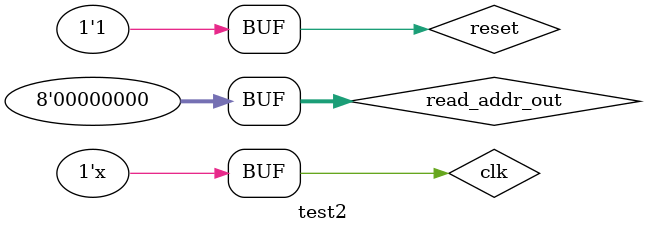
<source format=v>
`timescale 1ns / 1ps


module test2;

	// Inputs
	reg clk;
	reg reset;
	reg [7:0] read_addr_out;

	// Outputs
	wire [31:0] read_out;

	// Instantiate the Unit Under Test (UUT)
	PipelineCPU uut (
		.clk(clk), 
		.reset(reset), 
		.read_addr_out(read_addr_out), 
		.read_out(read_out)
	);

	initial begin
		// Initialize Inputs
		clk = 0;
		reset = 0;
		read_addr_out = 0;

		// Wait 100 ns for global reset to finish
		#100;
      reset =1;
		// Add stimulus here

	end
always
begin
#10 clk=~clk;
end      
endmodule


</source>
